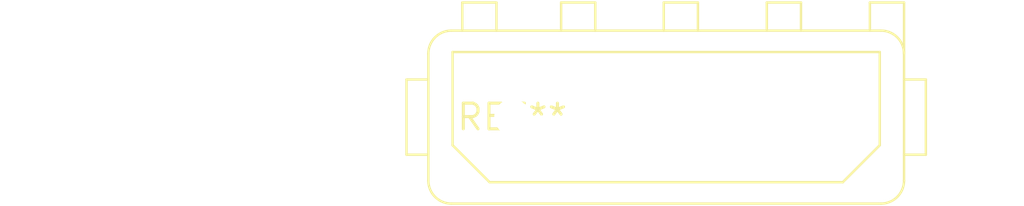
<source format=kicad_pcb>
(kicad_pcb (version 20240108) (generator pcbnew)
  (layers (0 "F.Cu" signal) (31 "B.Cu" signal) (34 "B.Paste" user) (35 "F.Paste" user) (36 "B.SilkS" user "B.Silkscreen") (37 "F.SilkS" user "F.Silkscreen") (38 "B.Mask" user) (39 "F.Mask" user) (44 "Edge.Cuts" user))
  (net 0 "")
  (footprint "TE_MATE-N-LOK_350211-1_1x04_P5.08mm_Vertical" (layer "F.Cu") (at 0 0)
    (property "Reference" "REF**")
    (property "Value" "TE_MATE-N-LOK_350211-1_1x04_P5.08mm_Vertical")
    (fp_line (start -5.23 -1.86) (end -4.15 -1.86) (layer "F.SilkS") (stroke (width 0.12)))
    (fp_line (start -5.23 1.86) (end -5.23 -1.86) (layer "F.SilkS") (stroke (width 0.12)))
    (fp_line (start -4.15 -3.14) (end -4.15 3.14) (layer "F.SilkS") (stroke (width 0.12)))
    (fp_line (start -4.15 1.86) (end -5.23 1.86) (layer "F.SilkS") (stroke (width 0.12)))
    (fp_line (start -3.01 4.28) (end 18.25 4.28) (layer "F.SilkS") (stroke (width 0.12)))
    (fp_line (start -2.95 -3.22) (end 18.19 -3.22) (layer "F.SilkS") (stroke (width 0.12)))
    (fp_line (start -2.95 1.39) (end -2.95 -3.22) (layer "F.SilkS") (stroke (width 0.12)))
    (fp_line (start -2.47 -5.67) (end -0.78 -5.67) (layer "F.SilkS") (stroke (width 0.12)))
    (fp_line (start -2.47 -4.28) (end -2.47 -5.67) (layer "F.SilkS") (stroke (width 0.12)))
    (fp_line (start -1.12 3.22) (end -2.95 1.39) (layer "F.SilkS") (stroke (width 0.12)))
    (fp_line (start -0.78 -5.67) (end -0.78 -4.28) (layer "F.SilkS") (stroke (width 0.12)))
    (fp_line (start 2.42 -5.67) (end 4.11 -5.67) (layer "F.SilkS") (stroke (width 0.12)))
    (fp_line (start 2.42 -4.28) (end 2.42 -5.67) (layer "F.SilkS") (stroke (width 0.12)))
    (fp_line (start 4.11 -5.67) (end 4.11 -4.28) (layer "F.SilkS") (stroke (width 0.12)))
    (fp_line (start 7.5 -5.67) (end 9.19 -5.67) (layer "F.SilkS") (stroke (width 0.12)))
    (fp_line (start 7.5 -4.28) (end 7.5 -5.67) (layer "F.SilkS") (stroke (width 0.12)))
    (fp_line (start 9.19 -5.67) (end 9.19 -4.28) (layer "F.SilkS") (stroke (width 0.12)))
    (fp_line (start 12.6 -5.67) (end 14.29 -5.67) (layer "F.SilkS") (stroke (width 0.12)))
    (fp_line (start 12.6 -4.28) (end 12.6 -5.67) (layer "F.SilkS") (stroke (width 0.12)))
    (fp_line (start 14.29 -5.67) (end 14.29 -4.28) (layer "F.SilkS") (stroke (width 0.12)))
    (fp_line (start 16.36 3.22) (end -1.12 3.22) (layer "F.SilkS") (stroke (width 0.12)))
    (fp_line (start 17.7 -5.67) (end 19.39 -5.67) (layer "F.SilkS") (stroke (width 0.12)))
    (fp_line (start 17.7 -4.28) (end 17.7 -5.67) (layer "F.SilkS") (stroke (width 0.12)))
    (fp_line (start 18.19 -3.22) (end 18.19 1.39) (layer "F.SilkS") (stroke (width 0.12)))
    (fp_line (start 18.19 1.39) (end 16.36 3.22) (layer "F.SilkS") (stroke (width 0.12)))
    (fp_line (start 18.25 -4.28) (end -3.01 -4.28) (layer "F.SilkS") (stroke (width 0.12)))
    (fp_line (start 19.39 1.86) (end 20.47 1.86) (layer "F.SilkS") (stroke (width 0.12)))
    (fp_line (start 19.39 3.14) (end 19.39 -5.67) (layer "F.SilkS") (stroke (width 0.12)))
    (fp_line (start 20.47 -1.86) (end 19.39 -1.86) (layer "F.SilkS") (stroke (width 0.12)))
    (fp_line (start 20.47 1.86) (end 20.47 -1.86) (layer "F.SilkS") (stroke (width 0.12)))
    (fp_arc (start -4.15 -3.14) (mid -3.816102 -3.946102) (end -3.01 -4.28) (layer "F.SilkS") (stroke (width 0.12)))
    (fp_arc (start -3.01 4.28) (mid -3.816102 3.946102) (end -4.15 3.14) (layer "F.SilkS") (stroke (width 0.12)))
    (fp_arc (start 18.25 -4.28) (mid 19.056102 -3.946102) (end 19.39 -3.14) (layer "F.SilkS") (stroke (width 0.12)))
    (fp_arc (start 19.39 3.14) (mid 19.056102 3.946102) (end 18.25 4.28) (layer "F.SilkS") (stroke (width 0.12)))
    (pad "1" thru_hole rect (at 0 0) (size 2.78 2.78) (drill 1.78) (layers *.Cu *.Mask) (remove_unused_layers))
    (pad "2" thru_hole circle (at 5.08 0) (size 2.78 2.78) (drill 1.78) (layers *.Cu *.Mask) (remove_unused_layers))
    (pad "3" thru_hole circle (at 10.16 0) (size 2.78 2.78) (drill 1.78) (layers *.Cu *.Mask) (remove_unused_layers))
    (pad "4" thru_hole circle (at 15.24 0) (size 2.78 2.78) (drill 1.78) (layers *.Cu *.Mask) (remove_unused_layers))
  )
)
</source>
